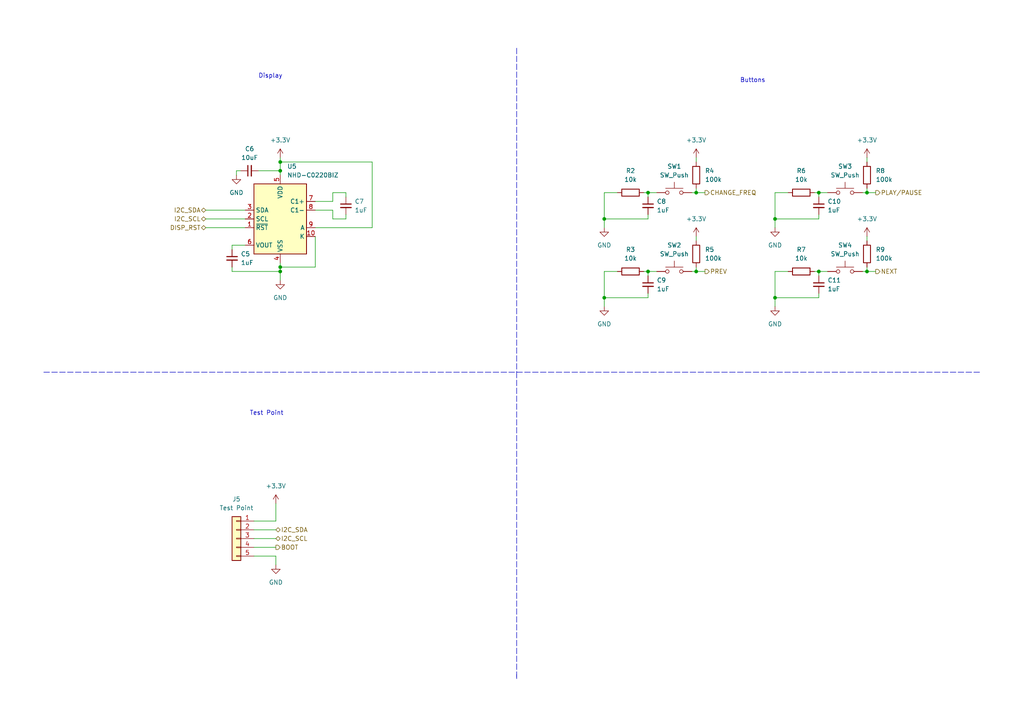
<source format=kicad_sch>
(kicad_sch (version 20211123) (generator eeschema)
  (paper "A4")
  (lib_symbols
    (symbol "Connector_Generic:Conn_01x05" (pin_names (offset 1.016) hide)
      (property "Reference" "J" (at 0 7.62 0))
      (property "Value" "Conn_01x05" (at 0 -7.62 0))
      (symbol "Conn_01x05_1_1"
        (rectangle (start -1.27 -4.953) (end 0 -5.207) (stroke (width 0.1524)))
        (rectangle (start -1.27 -2.413) (end 0 -2.667) (stroke (width 0.1524)))
        (rectangle (start -1.27 0.127) (end 0 -0.127) (stroke (width 0.1524)))
        (rectangle (start -1.27 2.667) (end 0 2.413) (stroke (width 0.1524)))
        (rectangle (start -1.27 5.207) (end 0 4.953) (stroke (width 0.1524)))
        (rectangle (start -1.27 6.35) (end 1.27 -6.35) (stroke (width 0.254)) (fill (type background)))
        (pin passive line (at -5.08 5.08 0) (length 3.81) (name "Pin_1") (number "1"))
        (pin passive line (at -5.08 2.54 0) (length 3.81) (name "Pin_2") (number "2"))
        (pin passive line (at -5.08 0 0) (length 3.81) (name "Pin_3") (number "3"))
        (pin passive line (at -5.08 -2.54 0) (length 3.81) (name "Pin_4") (number "4"))
        (pin passive line (at -5.08 -5.08 0) (length 3.81) (name "Pin_5") (number "5"))
      )
    )
    (symbol "Device:C_Small" (pin_numbers hide) (pin_names (offset 0.254) hide)
      (property "Reference" "C" (at 0.254 1.778 0))
      (property "Value" "C_Small" (at 0.254 -2.032 0))
      (symbol "C_Small_0_1"
        (polyline (pts (xy -1.524 -0.508) (xy 1.524 -0.508)) (stroke (width 0.3302)))
        (polyline (pts (xy -1.524 0.508) (xy 1.524 0.508)) (stroke (width 0.3048)))
      )
      (symbol "C_Small_1_1"
        (pin passive line (at 0 2.54 270) (length 2.032) (name "~") (number "1"))
        (pin passive line (at 0 -2.54 90) (length 2.032) (name "~") (number "2"))
      )
    )
    (symbol "Device:R" (pin_numbers hide) (pin_names (offset 0))
      (property "Reference" "R" (at 2.032 0 90))
      (property "Value" "R" (at 0 0 90))
      (symbol "R_0_1"
        (rectangle (start -1.016 -2.54) (end 1.016 2.54) (stroke (width 0.254)))
      )
      (symbol "R_1_1"
        (pin passive line (at 0 3.81 270) (length 1.27) (name "~") (number "1"))
        (pin passive line (at 0 -3.81 90) (length 1.27) (name "~") (number "2"))
      )
    )
    (symbol "Display_Character:NHD-C0220BIZ"
      (property "Reference" "U" (at -6.35 11.43 0))
      (property "Value" "NHD-C0220BIZ" (at 8.89 11.43 0))
      (symbol "NHD-C0220BIZ_0_1"
        (rectangle (start -7.62 10.16) (end 7.62 -10.16) (stroke (width 0.254)) (fill (type background)))
      )
      (symbol "NHD-C0220BIZ_1_1"
        (pin input line (at -10.16 -2.54 0) (length 2.54) (name "~{RST}") (number "1"))
        (pin passive line (at 10.16 -5.08 180) (length 2.54) (name "K") (number "10"))
        (pin input line (at -10.16 0 0) (length 2.54) (name "SCL") (number "2"))
        (pin bidirectional line (at -10.16 2.54 0) (length 2.54) (name "SDA") (number "3"))
        (pin power_in line (at 0 -12.7 90) (length 2.54) (name "VSS") (number "4"))
        (pin power_in line (at 0 12.7 270) (length 2.54) (name "VDD") (number "5"))
        (pin passive line (at -10.16 -7.62 0) (length 2.54) (name "VOUT") (number "6"))
        (pin passive line (at 10.16 5.08 180) (length 2.54) (name "C1+") (number "7"))
        (pin passive line (at 10.16 2.54 180) (length 2.54) (name "C1-") (number "8"))
        (pin passive line (at 10.16 -2.54 180) (length 2.54) (name "A") (number "9"))
      )
    )
    (symbol "Switch:SW_Push" (pin_numbers hide) (pin_names (offset 1.016) hide)
      (property "Reference" "SW" (at 1.27 2.54 0))
      (property "Value" "SW_Push" (at 0 -1.524 0))
      (symbol "SW_Push_0_1"
        (circle (center -2.032 0) (radius 0.508))
        (polyline (pts (xy 0 1.27) (xy 0 3.048)))
        (polyline (pts (xy 2.54 1.27) (xy -2.54 1.27)))
        (circle (center 2.032 0) (radius 0.508))
        (pin passive line (at -5.08 0 0) (length 2.54) (name "1") (number "1"))
        (pin passive line (at 5.08 0 180) (length 2.54) (name "2") (number "2"))
      )
    )
    (symbol "power:+3.3V" (power) (pin_names (offset 0))
      (property "Value" "+3.3V" (at 0 3.556 0))
      (symbol "+3.3V_0_1"
        (polyline (pts (xy -0.762 1.27) (xy 0 2.54)))
        (polyline (pts (xy 0 0) (xy 0 2.54)))
        (polyline (pts (xy 0 2.54) (xy 0.762 1.27)))
      )
      (symbol "+3.3V_1_1"
        (pin power_in line (at 0 0 90) (length 0) hide (name "+3.3V") (number "1"))
      )
    )
    (symbol "power:GND" (power) (pin_names (offset 0))
      (property "Value" "GND" (at 0 -3.81 0))
      (symbol "GND_0_1"
        (polyline (pts (xy 0 0) (xy 0 -1.27) (xy 1.27 -1.27) (xy 0 -2.54) (xy -1.27 -1.27) (xy 0 -1.27)))
      )
      (symbol "GND_1_1"
        (pin power_in line (at 0 0 270) (length 0) hide (name "GND") (number "1"))
      )
    )
  )
  (junction (at 251.46 55.88))
  (junction (at 81.28 77.47))
  (junction (at 237.49 78.74))
  (junction (at 81.28 46.99))
  (junction (at 175.26 86.36))
  (junction (at 81.28 78.74))
  (junction (at 81.28 49.53))
  (junction (at 187.96 55.88))
  (junction (at 201.93 55.88))
  (junction (at 224.79 63.5))
  (junction (at 237.49 55.88))
  (junction (at 175.26 63.5))
  (junction (at 187.96 78.74))
  (junction (at 201.93 78.74))
  (junction (at 251.46 78.74))
  (junction (at 224.79 86.36))
  (wire (pts (xy 91.44 58.42) (xy 96.52 58.42)))
  (wire (pts (xy 251.46 55.88) (xy 254 55.88)))
  (wire (pts (xy 237.49 55.88) (xy 236.22 55.88)))
  (wire (pts (xy 224.79 63.5) (xy 224.79 66.04)))
  (wire (pts (xy 224.79 86.36) (xy 224.79 88.9)))
  (wire (pts (xy 250.19 55.88) (xy 251.46 55.88)))
  (wire (pts (xy 200.66 78.74) (xy 201.93 78.74)))
  (wire (pts (xy 80.01 161.29) (xy 80.01 163.83)))
  (wire (pts (xy 175.26 55.88) (xy 175.26 63.5)))
  (wire (pts (xy 107.95 46.99) (xy 81.28 46.99)))
  (wire (pts (xy 73.66 151.13) (xy 80.01 151.13)))
  (wire (pts (xy 237.49 78.74) (xy 237.49 80.01)))
  (wire (pts (xy 237.49 62.23) (xy 237.49 63.5)))
  (wire (pts (xy 237.49 78.74) (xy 236.22 78.74)))
  (wire (pts (xy 201.93 77.47) (xy 201.93 78.74)))
  (wire (pts (xy 224.79 78.74) (xy 228.6 78.74)))
  (wire (pts (xy 175.26 78.74) (xy 175.26 86.36)))
  (wire (pts (xy 201.93 45.72) (xy 201.93 46.99)))
  (wire (pts (xy 250.19 78.74) (xy 251.46 78.74)))
  (wire (pts (xy 187.96 85.09) (xy 187.96 86.36)))
  (wire (pts (xy 73.66 153.67) (xy 80.01 153.67)))
  (wire (pts (xy 201.93 55.88) (xy 204.47 55.88)))
  (wire (pts (xy 91.44 66.04) (xy 107.95 66.04)))
  (wire (pts (xy 187.96 63.5) (xy 175.26 63.5)))
  (wire (pts (xy 187.96 86.36) (xy 175.26 86.36)))
  (wire (pts (xy 100.33 55.88) (xy 96.52 55.88)))
  (polyline (pts (xy 149.86 13.97) (xy 149.86 107.95)))
  (wire (pts (xy 73.66 161.29) (xy 80.01 161.29)))
  (wire (pts (xy 81.28 77.47) (xy 81.28 78.74)))
  (wire (pts (xy 91.44 68.58) (xy 91.44 77.47)))
  (wire (pts (xy 201.93 54.61) (xy 201.93 55.88)))
  (wire (pts (xy 80.01 146.05) (xy 80.01 151.13)))
  (wire (pts (xy 81.28 76.2) (xy 81.28 77.47)))
  (polyline (pts (xy 149.86 195.58) (xy 149.86 196.85)))
  (wire (pts (xy 224.79 55.88) (xy 228.6 55.88)))
  (wire (pts (xy 81.28 49.53) (xy 81.28 50.8)))
  (wire (pts (xy 100.33 63.5) (xy 100.33 62.23)))
  (wire (pts (xy 237.49 63.5) (xy 224.79 63.5)))
  (wire (pts (xy 175.26 78.74) (xy 179.07 78.74)))
  (wire (pts (xy 187.96 55.88) (xy 186.69 55.88)))
  (wire (pts (xy 68.58 50.8) (xy 68.58 49.53)))
  (wire (pts (xy 190.5 55.88) (xy 187.96 55.88)))
  (wire (pts (xy 96.52 55.88) (xy 96.52 58.42)))
  (wire (pts (xy 74.93 49.53) (xy 81.28 49.53)))
  (wire (pts (xy 237.49 86.36) (xy 224.79 86.36)))
  (wire (pts (xy 71.12 71.12) (xy 67.31 71.12)))
  (wire (pts (xy 67.31 77.47) (xy 67.31 78.74)))
  (wire (pts (xy 59.69 66.04) (xy 71.12 66.04)))
  (wire (pts (xy 187.96 62.23) (xy 187.96 63.5)))
  (wire (pts (xy 96.52 63.5) (xy 100.33 63.5)))
  (wire (pts (xy 201.93 68.58) (xy 201.93 69.85)))
  (wire (pts (xy 240.03 78.74) (xy 237.49 78.74)))
  (wire (pts (xy 237.49 85.09) (xy 237.49 86.36)))
  (wire (pts (xy 67.31 78.74) (xy 81.28 78.74)))
  (wire (pts (xy 81.28 78.74) (xy 81.28 81.28)))
  (polyline (pts (xy 149.86 107.95) (xy 284.48 107.95)))
  (wire (pts (xy 81.28 46.99) (xy 81.28 49.53)))
  (wire (pts (xy 73.66 158.75) (xy 80.01 158.75)))
  (wire (pts (xy 251.46 77.47) (xy 251.46 78.74)))
  (wire (pts (xy 96.52 60.96) (xy 96.52 63.5)))
  (wire (pts (xy 187.96 78.74) (xy 186.69 78.74)))
  (wire (pts (xy 224.79 55.88) (xy 224.79 63.5)))
  (polyline (pts (xy 149.86 107.95) (xy 149.86 196.85)))
  (wire (pts (xy 81.28 45.72) (xy 81.28 46.99)))
  (wire (pts (xy 67.31 71.12) (xy 67.31 72.39)))
  (wire (pts (xy 59.69 63.5) (xy 71.12 63.5)))
  (polyline (pts (xy 12.7 107.95) (xy 149.86 107.95)))
  (wire (pts (xy 251.46 68.58) (xy 251.46 69.85)))
  (wire (pts (xy 68.58 49.53) (xy 69.85 49.53)))
  (wire (pts (xy 251.46 45.72) (xy 251.46 46.99)))
  (wire (pts (xy 59.69 60.96) (xy 71.12 60.96)))
  (wire (pts (xy 175.26 63.5) (xy 175.26 66.04)))
  (wire (pts (xy 200.66 55.88) (xy 201.93 55.88)))
  (wire (pts (xy 107.95 66.04) (xy 107.95 46.99)))
  (wire (pts (xy 100.33 57.15) (xy 100.33 55.88)))
  (wire (pts (xy 175.26 86.36) (xy 175.26 88.9)))
  (wire (pts (xy 187.96 55.88) (xy 187.96 57.15)))
  (wire (pts (xy 91.44 60.96) (xy 96.52 60.96)))
  (wire (pts (xy 240.03 55.88) (xy 237.49 55.88)))
  (wire (pts (xy 190.5 78.74) (xy 187.96 78.74)))
  (wire (pts (xy 187.96 78.74) (xy 187.96 80.01)))
  (wire (pts (xy 201.93 78.74) (xy 204.47 78.74)))
  (wire (pts (xy 91.44 77.47) (xy 81.28 77.47)))
  (wire (pts (xy 175.26 55.88) (xy 179.07 55.88)))
  (wire (pts (xy 251.46 54.61) (xy 251.46 55.88)))
  (wire (pts (xy 237.49 55.88) (xy 237.49 57.15)))
  (wire (pts (xy 73.66 156.21) (xy 80.01 156.21)))
  (wire (pts (xy 251.46 78.74) (xy 254 78.74)))
  (wire (pts (xy 224.79 78.74) (xy 224.79 86.36)))
  (text "Display" (at 74.93 22.86 0) (effects (font (size 1.27 1.27)) (justify left bottom)))
  (text "Test Point" (at 72.39 120.65 0) (effects (font (size 1.27 1.27)) (justify left bottom)))
  (text "Buttons" (at 214.63 24.13 0) (effects (font (size 1.27 1.27)) (justify left bottom)))
  (hierarchical_label "NEXT" (shape output) (at 254 78.74 0))
  (hierarchical_label "BOOT" (shape output) (at 80.01 158.75 0))
  (hierarchical_label "CHANGE_FREQ" (shape output) (at 204.47 55.88 0))
  (hierarchical_label "I2C_SDA" (shape bidirectional) (at 59.69 60.96 180))
  (hierarchical_label "DISP_RST" (shape bidirectional) (at 59.69 66.04 180))
  (hierarchical_label "I2C_SCL" (shape bidirectional) (at 59.69 63.5 180))
  (hierarchical_label "PLAY{slash}PAUSE" (shape output) (at 254 55.88 0))
  (hierarchical_label "I2C_SCL" (shape bidirectional) (at 80.01 156.21 0))
  (hierarchical_label "I2C_SDA" (shape bidirectional) (at 80.01 153.67 0))
  (hierarchical_label "PREV" (shape output) (at 204.47 78.74 0))
  (symbol (lib_id "power:+3.3V") (at 81.28 45.72 0) (unit 1)
    (property "Reference" "#PWR017" (effects hide))
    (property "Value" "+3.3V" (at 81.28 40.64 0))
  )
  (symbol (lib_id "Device:C_Small") (at 187.96 82.55 0) (unit 1)
    (property "Reference" "C9" (at 190.5 81.2862 0) (effects (justify left)))
    (property "Value" "1uF" (at 190.5 83.8262 0) (effects (justify left)))
    (property "Footprint" "Capacitor_SMD:C_0805_2012Metric_Pad1.18x1.45mm_HandSolder" (effects hide))
  )
  (symbol (lib_id "Device:R") (at 232.41 55.88 90) (unit 1)
    (property "Reference" "R6" (at 232.41 49.53 90))
    (property "Value" "10k" (at 232.41 52.07 90))
    (property "Footprint" "Resistor_SMD:R_0805_2012Metric_Pad1.20x1.40mm_HandSolder" (effects hide))
  )
  (symbol (lib_id "Device:C_Small") (at 187.96 59.69 0) (unit 1)
    (property "Reference" "C8" (at 190.5 58.4262 0) (effects (justify left)))
    (property "Value" "1uF" (at 190.5 60.9662 0) (effects (justify left)))
    (property "Footprint" "Capacitor_SMD:C_0805_2012Metric_Pad1.18x1.45mm_HandSolder" (effects hide))
  )
  (symbol (lib_id "power:GND") (at 68.58 50.8 0) (unit 1)
    (property "Reference" "#PWR015" (effects hide))
    (property "Value" "GND" (at 68.58 55.88 0))
  )
  (symbol (lib_id "Device:C_Small") (at 237.49 82.55 0) (unit 1)
    (property "Reference" "C11" (at 240.03 81.2862 0) (effects (justify left)))
    (property "Value" "1uF" (at 240.03 83.8262 0) (effects (justify left)))
    (property "Footprint" "Capacitor_SMD:C_0805_2012Metric_Pad1.18x1.45mm_HandSolder" (effects hide))
  )
  (symbol (lib_id "power:GND") (at 224.79 66.04 0) (unit 1)
    (property "Reference" "#PWR011" (effects hide))
    (property "Value" "GND" (at 224.79 71.12 0))
  )
  (symbol (lib_id "power:GND") (at 80.01 163.83 0) (unit 1)
    (property "Reference" "#PWR09" (effects hide))
    (property "Value" "GND" (at 80.01 168.91 0))
  )
  (symbol (lib_id "power:GND") (at 175.26 66.04 0) (unit 1)
    (property "Reference" "#PWR04" (effects hide))
    (property "Value" "GND" (at 175.26 71.12 0))
  )
  (symbol (lib_id "power:+3.3V") (at 251.46 45.72 0) (unit 1)
    (property "Reference" "#PWR013" (effects hide))
    (property "Value" "+3.3V" (at 251.46 40.64 0))
  )
  (symbol (lib_id "Device:R") (at 201.93 50.8 0) (unit 1)
    (property "Reference" "R4" (at 204.47 49.5299 0) (effects (justify left)))
    (property "Value" "100k" (at 204.47 52.0699 0) (effects (justify left)))
    (property "Footprint" "Resistor_SMD:R_0805_2012Metric_Pad1.20x1.40mm_HandSolder" (effects hide))
  )
  (symbol (lib_id "power:+3.3V") (at 251.46 68.58 0) (unit 1)
    (property "Reference" "#PWR014" (effects hide))
    (property "Value" "+3.3V" (at 251.46 63.5 0))
  )
  (symbol (lib_id "power:GND") (at 81.28 81.28 0) (unit 1)
    (property "Reference" "#PWR018" (effects hide))
    (property "Value" "GND" (at 81.28 86.36 0))
  )
  (symbol (lib_id "power:+3.3V") (at 201.93 45.72 0) (unit 1)
    (property "Reference" "#PWR07" (effects hide))
    (property "Value" "+3.3V" (at 201.93 40.64 0))
  )
  (symbol (lib_id "Device:R") (at 182.88 55.88 90) (unit 1)
    (property "Reference" "R2" (at 182.88 49.53 90))
    (property "Value" "10k" (at 182.88 52.07 90))
    (property "Footprint" "Resistor_SMD:R_0805_2012Metric_Pad1.20x1.40mm_HandSolder" (effects hide))
  )
  (symbol (lib_id "Device:R") (at 251.46 73.66 0) (unit 1)
    (property "Reference" "R9" (at 254 72.3899 0) (effects (justify left)))
    (property "Value" "100k" (at 254 74.9299 0) (effects (justify left)))
    (property "Footprint" "Resistor_SMD:R_0805_2012Metric_Pad1.20x1.40mm_HandSolder" (effects hide))
  )
  (symbol (lib_id "power:+3.3V") (at 201.93 68.58 0) (unit 1)
    (property "Reference" "#PWR08" (effects hide))
    (property "Value" "+3.3V" (at 201.93 63.5 0))
  )
  (symbol (lib_id "Switch:SW_Push") (at 245.11 78.74 0) (unit 1)
    (property "Reference" "SW4" (at 245.11 71.12 0))
    (property "Value" "SW_Push" (at 245.11 73.66 0))
    (property "Footprint" "Button_Switch_SMD:SW_SPST_Omron_B3FS-101xP" (effects hide))
  )
  (symbol (lib_id "Connector_Generic:Conn_01x05") (at 68.58 156.21 0) (mirror y) (unit 1)
    (property "Reference" "J5" (at 68.58 144.78 0))
    (property "Value" "Test Point" (at 68.58 147.32 0))
    (property "Footprint" "Connector_Molex:Molex_KK-254_AE-6410-05A_1x05_P2.54mm_Vertical" (effects hide))
  )
  (symbol (lib_id "power:+3.3V") (at 80.01 146.05 0) (unit 1)
    (property "Reference" "#PWR016" (effects hide))
    (property "Value" "+3.3V" (at 80.01 140.97 0))
  )
  (symbol (lib_id "Device:R") (at 232.41 78.74 90) (unit 1)
    (property "Reference" "R7" (at 232.41 72.39 90))
    (property "Value" "10k" (at 232.41 74.93 90))
    (property "Footprint" "Resistor_SMD:R_0805_2012Metric_Pad1.20x1.40mm_HandSolder" (effects hide))
  )
  (symbol (lib_id "Switch:SW_Push") (at 195.58 78.74 0) (unit 1)
    (property "Reference" "SW2" (at 195.58 71.12 0))
    (property "Value" "SW_Push" (at 195.58 73.66 0))
    (property "Footprint" "Button_Switch_SMD:SW_SPST_Omron_B3FS-101xP" (effects hide))
  )
  (symbol (lib_id "Device:R") (at 201.93 73.66 0) (unit 1)
    (property "Reference" "R5" (at 204.47 72.3899 0) (effects (justify left)))
    (property "Value" "100k" (at 204.47 74.9299 0) (effects (justify left)))
    (property "Footprint" "Resistor_SMD:R_0805_2012Metric_Pad1.20x1.40mm_HandSolder" (effects hide))
  )
  (symbol (lib_id "Device:R") (at 182.88 78.74 90) (unit 1)
    (property "Reference" "R3" (at 182.88 72.39 90))
    (property "Value" "10k" (at 182.88 74.93 90))
    (property "Footprint" "Resistor_SMD:R_0805_2012Metric_Pad1.20x1.40mm_HandSolder" (effects hide))
  )
  (symbol (lib_id "Device:C_Small") (at 72.39 49.53 90) (unit 1)
    (property "Reference" "C6" (at 72.3963 43.18 90))
    (property "Value" "10uF" (at 72.3963 45.72 90))
    (property "Footprint" "Capacitor_SMD:C_0805_2012Metric_Pad1.18x1.45mm_HandSolder" (effects hide))
  )
  (symbol (lib_id "Display_Character:NHD-C0220BIZ") (at 81.28 63.5 0) (unit 1)
    (property "Reference" "U5" (at 83.2994 48.26 0) (effects (justify left)))
    (property "Value" "NHD-C0220BIZ" (at 83.2994 50.8 0) (effects (justify left)))
    (property "Footprint" "Display:NHD-C0220BiZ" (effects hide))
    (property "Datasheet" "http://www.newhavendisplay.com/specs/NHD-C0220BiZ-FSW-FBW-3V3M.pdf" (effects hide))
  )
  (symbol (lib_id "power:GND") (at 224.79 88.9 0) (unit 1)
    (property "Reference" "#PWR012" (effects hide))
    (property "Value" "GND" (at 224.79 93.98 0))
  )
  (symbol (lib_id "Device:C_Small") (at 67.31 74.93 0) (unit 1)
    (property "Reference" "C5" (at 69.85 73.6662 0) (effects (justify left)))
    (property "Value" "1uF" (at 69.85 76.2062 0) (effects (justify left)))
    (property "Footprint" "Capacitor_SMD:C_0805_2012Metric_Pad1.18x1.45mm_HandSolder" (effects hide))
  )
  (symbol (lib_id "Device:C_Small") (at 100.33 59.69 0) (unit 1)
    (property "Reference" "C7" (at 102.87 58.4262 0) (effects (justify left)))
    (property "Value" "1uF" (at 102.87 60.9662 0) (effects (justify left)))
    (property "Footprint" "Capacitor_SMD:C_0805_2012Metric_Pad1.18x1.45mm_HandSolder" (effects hide))
  )
  (symbol (lib_id "power:GND") (at 175.26 88.9 0) (unit 1)
    (property "Reference" "#PWR05" (effects hide))
    (property "Value" "GND" (at 175.26 93.98 0))
  )
  (symbol (lib_id "Switch:SW_Push") (at 195.58 55.88 0) (unit 1)
    (property "Reference" "SW1" (at 195.58 48.26 0))
    (property "Value" "SW_Push" (at 195.58 50.8 0))
    (property "Footprint" "Button_Switch_SMD:SW_SPST_Omron_B3FS-101xP" (effects hide))
  )
  (symbol (lib_id "Device:C_Small") (at 237.49 59.69 0) (unit 1)
    (property "Reference" "C10" (at 240.03 58.4262 0) (effects (justify left)))
    (property "Value" "1uF" (at 240.03 60.9662 0) (effects (justify left)))
    (property "Footprint" "Capacitor_SMD:C_0805_2012Metric_Pad1.18x1.45mm_HandSolder" (effects hide))
  )
  (symbol (lib_id "Device:R") (at 251.46 50.8 0) (unit 1)
    (property "Reference" "R8" (at 254 49.5299 0) (effects (justify left)))
    (property "Value" "100k" (at 254 52.0699 0) (effects (justify left)))
    (property "Footprint" "Resistor_SMD:R_0805_2012Metric_Pad1.20x1.40mm_HandSolder" (effects hide))
  )
  (symbol (lib_id "Switch:SW_Push") (at 245.11 55.88 0) (unit 1)
    (property "Reference" "SW3" (at 245.11 48.26 0))
    (property "Value" "SW_Push" (at 245.11 50.8 0))
    (property "Footprint" "Button_Switch_SMD:SW_SPST_Omron_B3FS-101xP" (effects hide))
  )
)
</source>
